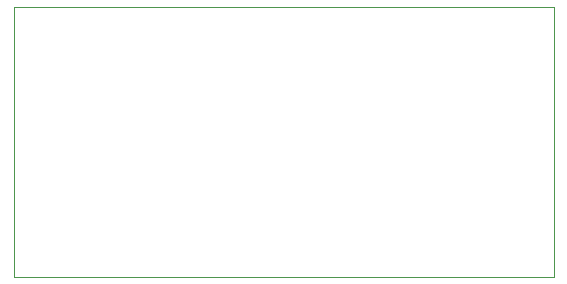
<source format=gbr>
%TF.GenerationSoftware,KiCad,Pcbnew,(5.1.9)-1*%
%TF.CreationDate,2021-03-10T13:48:37-05:00*%
%TF.ProjectId,RKJXT1F42001_Breakout,524b4a58-5431-4463-9432-3030315f4272,rev?*%
%TF.SameCoordinates,Original*%
%TF.FileFunction,Profile,NP*%
%FSLAX46Y46*%
G04 Gerber Fmt 4.6, Leading zero omitted, Abs format (unit mm)*
G04 Created by KiCad (PCBNEW (5.1.9)-1) date 2021-03-10 13:48:37*
%MOMM*%
%LPD*%
G01*
G04 APERTURE LIST*
%TA.AperFunction,Profile*%
%ADD10C,0.050000*%
%TD*%
G04 APERTURE END LIST*
D10*
X165100000Y-63500000D02*
X119380000Y-63500000D01*
X165100000Y-86360000D02*
X165100000Y-63500000D01*
X119380000Y-86360000D02*
X165100000Y-86360000D01*
X119380000Y-63500000D02*
X119380000Y-86360000D01*
M02*

</source>
